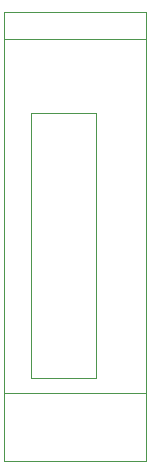
<source format=gbr>
G04 #@! TF.GenerationSoftware,KiCad,Pcbnew,9.0.7*
G04 #@! TF.CreationDate,2026-01-18T21:54:30+01:00*
G04 #@! TF.ProjectId,dumbpad,64756d62-7061-4642-9e6b-696361645f70,rev?*
G04 #@! TF.SameCoordinates,Original*
G04 #@! TF.FileFunction,OtherDrawing,Comment*
%FSLAX46Y46*%
G04 Gerber Fmt 4.6, Leading zero omitted, Abs format (unit mm)*
G04 Created by KiCad (PCBNEW 9.0.7) date 2026-01-18 21:54:30*
%MOMM*%
%LPD*%
G01*
G04 APERTURE LIST*
%ADD10C,0.120000*%
G04 APERTURE END LIST*
D10*
X104100000Y-105600000D02*
X116100000Y-105600000D01*
X104100000Y-105600000D02*
X104100000Y-67600000D01*
X104100000Y-99850000D02*
X116100000Y-99850000D01*
X106320000Y-98540000D02*
X111840000Y-98540000D01*
X106320000Y-98540000D02*
X106320000Y-76160000D01*
X111840000Y-98540000D02*
X111840000Y-76160000D01*
X111840000Y-76160000D02*
X106320000Y-76160000D01*
X104100000Y-69850000D02*
X116100000Y-69850000D01*
X104100000Y-67600000D02*
X116100000Y-67600000D01*
X116100000Y-67600000D02*
X116100000Y-105600000D01*
M02*

</source>
